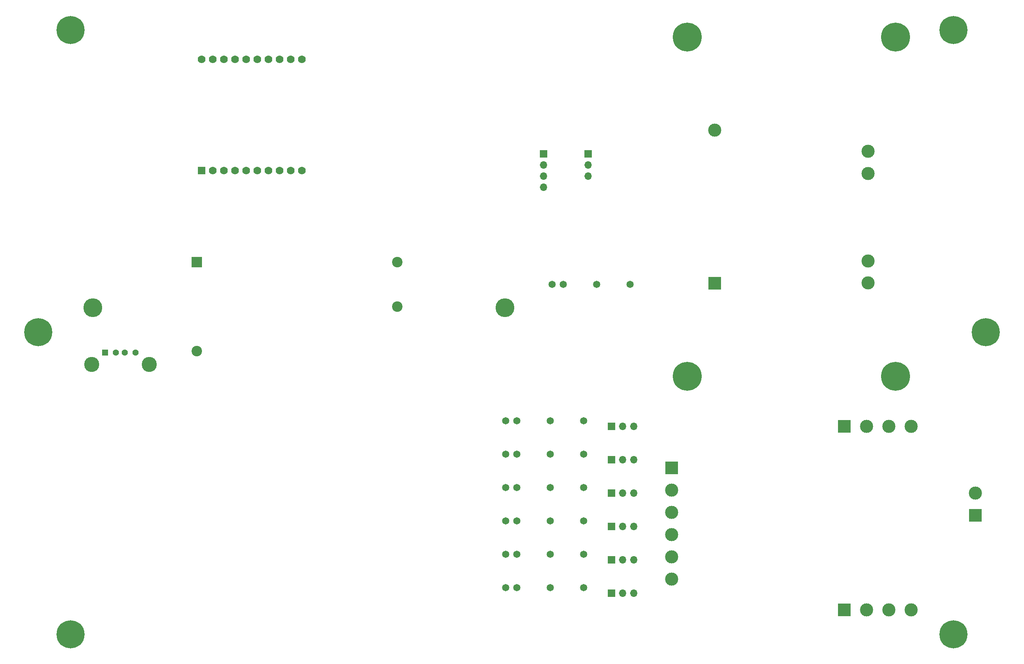
<source format=gbr>
%TF.GenerationSoftware,KiCad,Pcbnew,(6.0.0-0)*%
%TF.CreationDate,2022-12-23T14:22:00+01:00*%
%TF.ProjectId,garden-box,67617264-656e-42d6-926f-782e6b696361,rev?*%
%TF.SameCoordinates,Original*%
%TF.FileFunction,Soldermask,Bot*%
%TF.FilePolarity,Negative*%
%FSLAX46Y46*%
G04 Gerber Fmt 4.6, Leading zero omitted, Abs format (unit mm)*
G04 Created by KiCad (PCBNEW (6.0.0-0)) date 2022-12-23 14:22:00*
%MOMM*%
%LPD*%
G01*
G04 APERTURE LIST*
%ADD10C,4.300000*%
%ADD11R,1.700000X1.700000*%
%ADD12O,1.700000X1.700000*%
%ADD13R,2.400000X2.400000*%
%ADD14C,2.400000*%
%ADD15C,6.400000*%
%ADD16C,0.800000*%
%ADD17R,3.000000X3.000000*%
%ADD18C,3.000000*%
%ADD19C,1.650000*%
%ADD20R,1.778000X1.778000*%
%ADD21C,1.778000*%
%ADD22R,1.431000X1.431000*%
%ADD23C,1.431000*%
%ADD24C,3.450000*%
%ADD25C,6.600000*%
G04 APERTURE END LIST*
D10*
%TO.C,REF\u002A\u002A*%
X49640000Y-84690000D03*
%TD*%
%TO.C,REF\u002A\u002A*%
X143620000Y-84690000D03*
%TD*%
D11*
%TO.C,J4*%
X167918080Y-111770000D03*
D12*
X170458080Y-111770000D03*
X172998080Y-111770000D03*
%TD*%
D13*
%TO.C,PS1*%
X73277500Y-74287500D03*
D14*
X73277500Y-94607500D03*
X118997500Y-84447500D03*
X118997500Y-74287500D03*
%TD*%
D15*
%TO.C,REF\u002A\u002A*%
X245900000Y-159240000D03*
D16*
X247597056Y-157542944D03*
X244202944Y-160937056D03*
X245900000Y-161640000D03*
X247597056Y-160937056D03*
X248300000Y-159240000D03*
X245900000Y-156840000D03*
X243500000Y-159240000D03*
X244202944Y-157542944D03*
%TD*%
D17*
%TO.C,J11*%
X220980000Y-153670000D03*
D18*
X226060000Y-153670000D03*
X231140000Y-153670000D03*
X236220000Y-153670000D03*
%TD*%
D11*
%TO.C,J8*%
X167918080Y-142250000D03*
D12*
X170458080Y-142250000D03*
X172998080Y-142250000D03*
%TD*%
D19*
%TO.C,K6*%
X143773080Y-140980000D03*
X146313080Y-140980000D03*
X153933080Y-140980000D03*
X161553080Y-140980000D03*
%TD*%
D11*
%TO.C,J9*%
X167918080Y-149870000D03*
D12*
X170458080Y-149870000D03*
X172998080Y-149870000D03*
%TD*%
D20*
%TO.C,U1*%
X74425000Y-53380000D03*
D21*
X76965000Y-53380000D03*
X79505000Y-53380000D03*
X82045000Y-53380000D03*
X84585000Y-53380000D03*
X87125000Y-53380000D03*
X89665000Y-53380000D03*
X92205000Y-53380000D03*
X94745000Y-53380000D03*
X97285000Y-53380000D03*
X97285000Y-27980000D03*
X94745000Y-27980000D03*
X92205000Y-27980000D03*
X89665000Y-27980000D03*
X87125000Y-27980000D03*
X84585000Y-27980000D03*
X82045000Y-27980000D03*
X79505000Y-27980000D03*
X76965000Y-27980000D03*
X74425000Y-27980000D03*
%TD*%
D16*
%TO.C,REF\u002A\u002A*%
X44500000Y-161640000D03*
X42802944Y-157542944D03*
X42100000Y-159240000D03*
X46900000Y-159240000D03*
D15*
X44500000Y-159240000D03*
D16*
X44500000Y-156840000D03*
X46197056Y-160937056D03*
X46197056Y-157542944D03*
X42802944Y-160937056D03*
%TD*%
D11*
%TO.C,J2*%
X152400000Y-49530000D03*
D12*
X152400000Y-52070000D03*
X152400000Y-54610000D03*
X152400000Y-57150000D03*
%TD*%
D22*
%TO.C,J3*%
X52380000Y-94955000D03*
D23*
X54880000Y-94955000D03*
X56880000Y-94955000D03*
X59380000Y-94955000D03*
D24*
X62450000Y-97665000D03*
X49310000Y-97665000D03*
%TD*%
D15*
%TO.C,REF\u002A\u002A*%
X44500000Y-21240000D03*
D16*
X42802944Y-19542944D03*
X42802944Y-22937056D03*
X44500000Y-18840000D03*
X44500000Y-23640000D03*
X42100000Y-21240000D03*
X46197056Y-22937056D03*
X46900000Y-21240000D03*
X46197056Y-19542944D03*
%TD*%
D19*
%TO.C,K2*%
X143773080Y-110500000D03*
X146313080Y-110500000D03*
X153933080Y-110500000D03*
X161553080Y-110500000D03*
%TD*%
D11*
%TO.C,J1*%
X162560000Y-49530000D03*
D12*
X162560000Y-52070000D03*
X162560000Y-54610000D03*
%TD*%
D17*
%TO.C,J12*%
X220980000Y-111760000D03*
D18*
X226060000Y-111760000D03*
X231140000Y-111760000D03*
X236220000Y-111760000D03*
%TD*%
D17*
%TO.C,T1*%
X191415000Y-79095000D03*
D18*
X191415000Y-44095000D03*
X226415000Y-48995000D03*
X226415000Y-53995000D03*
X226415000Y-73995000D03*
X226415000Y-78995000D03*
D25*
X185165000Y-100345000D03*
X185165000Y-22845000D03*
X232665000Y-22845000D03*
X232665000Y-100345000D03*
%TD*%
D17*
%TO.C,J13*%
X181610000Y-121285000D03*
D18*
X181610000Y-126365000D03*
X181610000Y-131445000D03*
X181610000Y-136525000D03*
X181610000Y-141605000D03*
X181610000Y-146685000D03*
%TD*%
D16*
%TO.C,REF\u002A\u002A*%
X38897056Y-88542944D03*
X37200000Y-92640000D03*
X35502944Y-91937056D03*
X34800000Y-90240000D03*
X38897056Y-91937056D03*
X37200000Y-87840000D03*
X39600000Y-90240000D03*
X35502944Y-88542944D03*
D15*
X37200000Y-90240000D03*
%TD*%
D11*
%TO.C,J5*%
X167918080Y-119390000D03*
D12*
X170458080Y-119390000D03*
X172998080Y-119390000D03*
%TD*%
D16*
%TO.C,REF\u002A\u002A*%
X251502944Y-88542944D03*
X253200000Y-92640000D03*
D15*
X253200000Y-90240000D03*
D16*
X254897056Y-88542944D03*
X251502944Y-91937056D03*
X254897056Y-91937056D03*
X250800000Y-90240000D03*
X253200000Y-87840000D03*
X255600000Y-90240000D03*
%TD*%
D19*
%TO.C,K7*%
X143773080Y-148600000D03*
X146313080Y-148600000D03*
X153933080Y-148600000D03*
X161553080Y-148600000D03*
%TD*%
D11*
%TO.C,J7*%
X167918080Y-134640000D03*
D12*
X170458080Y-134640000D03*
X172998080Y-134640000D03*
%TD*%
D19*
%TO.C,K3*%
X143773080Y-118120000D03*
X146313080Y-118120000D03*
X153933080Y-118120000D03*
X161553080Y-118120000D03*
%TD*%
%TO.C,K5*%
X143773080Y-133370000D03*
X146313080Y-133370000D03*
X153933080Y-133370000D03*
X161553080Y-133370000D03*
%TD*%
D11*
%TO.C,J6*%
X167918080Y-127010000D03*
D12*
X170458080Y-127010000D03*
X172998080Y-127010000D03*
%TD*%
D19*
%TO.C,K4*%
X143773080Y-125740000D03*
X146313080Y-125740000D03*
X153933080Y-125740000D03*
X161553080Y-125740000D03*
%TD*%
D15*
%TO.C,REF\u002A\u002A*%
X245900000Y-21240000D03*
D16*
X248300000Y-21240000D03*
X247597056Y-19542944D03*
X245900000Y-23640000D03*
X247597056Y-22937056D03*
X245900000Y-18840000D03*
X243500000Y-21240000D03*
X244202944Y-19542944D03*
X244202944Y-22937056D03*
%TD*%
D19*
%TO.C,K1*%
X154305000Y-79375000D03*
X156845000Y-79375000D03*
X164465000Y-79375000D03*
X172085000Y-79375000D03*
%TD*%
D17*
%TO.C,J10*%
X250825000Y-132080000D03*
D18*
X250825000Y-127000000D03*
%TD*%
M02*

</source>
